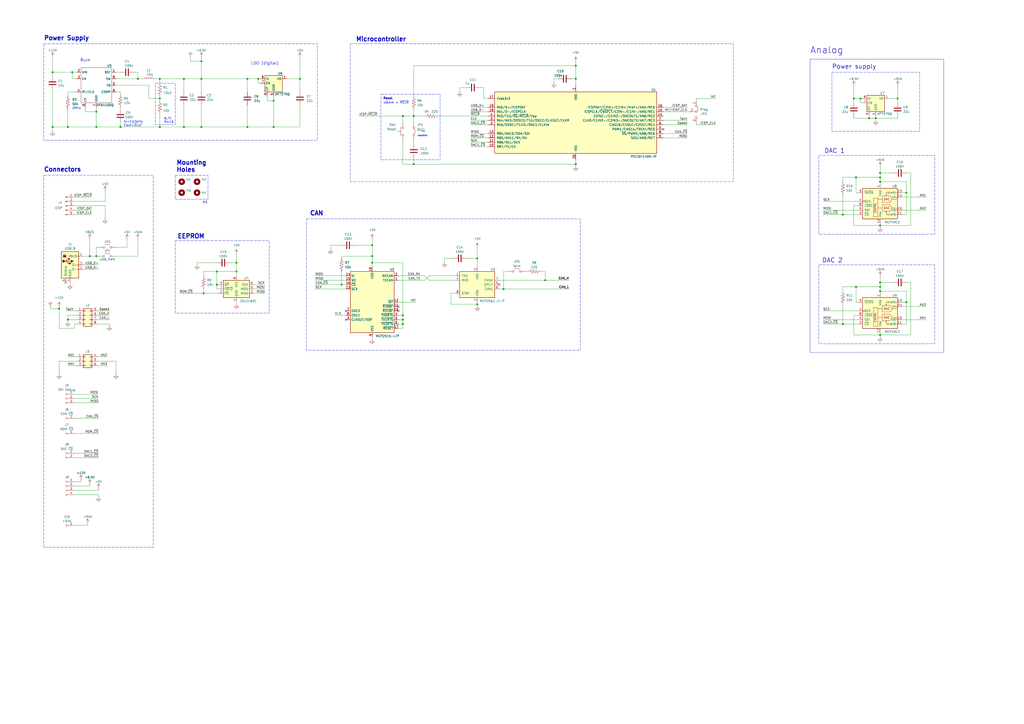
<source format=kicad_sch>
(kicad_sch (version 20250114) (generator "eeschema") (generator_version "9.0")
  (paper "A2")
  (title_block (title "CAN Gauge Interface") (date "2025-09-19") (rev "0.1") (company "Sam Anthony"))
  (rectangle (start 482.6 41.91) (end 533.4 76.2) (stroke (width 0) (type dash)))
  (rectangle (start 25.4 25.4) (end 184.15 81.28) (stroke (width 0) (type dash)))
  (rectangle (start 101.6 139.7) (end 156.21 181.61) (stroke (width 0) (type dash)))
  (rectangle (start 101.6 101.5999) (end 120.65 115.5699) (stroke (width 0) (type dash)))
  (rectangle (start 90.17 48.26) (end 101.6 72.39) (stroke (width 0) (type dash)))
  (rectangle (start 220.98 54.61) (end 255.27 92.71) (stroke (width 0) (type dash)))
  (rectangle (start 474.98 153.67) (end 542.29 199.39) (stroke (width 0) (type dash)))
  (rectangle (start 177.8 127) (end 336.55 203.2) (stroke (width 0) (type dash)))
  (rectangle (start 25.4 101.6) (end 88.9 317.5) (stroke (width 0) (type dash)))
  (rectangle (start 474.98 90.17) (end 542.29 135.89) (stroke (width 0) (type dash)))
  (rectangle (start 203.2 25.4) (end 425.45 105.41) (stroke (width 0) (type dash)))
  (rectangle (start 469.9 34.29) (end 547.37 204.47))
  (text "Connectors" (at 25.4 98.425 0) (effects (font (size 2.54 2.54) (thickness 0.508) (bold yes)) (justify left)))
  (text "Power Supply" (at 25.4 22.225 0) (effects (font (size 2.54 2.54) (thickness 0.508) (bold yes)) (justify left)))
  (text "LDO (digital)" (at 153.67 36.83 0) (effects (font (size 1.651 1.651))))
  (text "CAN" (at 179.705 123.825 0) (effects (font (size 2.54 2.54) (thickness 0.508) (bold yes)) (justify left)))
  (text "2MHz\n" (at 44.45 62.865 0) (effects (font (size 1.27 1.27))))
  (text "6.7V\nR±1%" (at 95.25 69.85 0) (effects (font (size 1.27 1.27)) (justify left)))
  (text "Reset" (at 222.25 57.15 0) (effects (font (size 1.27 1.27) (thickness 0.254) (bold yes)) (justify left)))
  (text "fc=13.5kHz\nCout=31uF" (at 71.755 71.755 0) (effects (font (size 1.27 1.27)) (justify left)))
  (text "Mounting\nHoles" (at 102.235 96.5199 0) (effects (font (size 2.54 2.54) (thickness 0.508) (bold yes)) (justify left)))
  (text "Power supply" (at 482.6 38.735 0) (effects (font (size 2.54 2.54) (thickness 0.254) (bold yes)) (justify left)))
  (text "M3\n" (at 117.475 117.4749 0) (effects (font (size 1.27 1.27)) (justify left)))
  (text "EEPROM" (at 102.87 137.16 0) (effects (font (size 2.54 2.54) (thickness 0.508) (bold yes)) (justify left)))
  (text "≤6mm ↔ ~{MCLR}" (at 222.25 59.69 0) (effects (font (size 1.27 1.27)) (justify left)))
  (text "DAC 1" (at 478.155 87.63 0) (effects (font (size 2.54 2.54) (thickness 0.254) (bold yes)) (justify left)))
  (text "Buck" (at 49.53 34.925 0) (effects (font (size 1.651 1.651))))
  (text "Microcontroller" (at 206.375 22.86 0) (effects (font (size 2.54 2.54) (thickness 0.508) (bold yes)) (justify left)))
  (text "Analog" (at 469.9 29.21 0) (effects (font (size 3.81 3.81) (thickness 0.254) (bold yes)) (justify left)))
  (text "Isolation" (at 245.11 78.74 0) (effects (font (size 0.889 0.889))))
  (text "DAC 2" (at 476.885 151.13 0) (effects (font (size 2.54 2.54) (thickness 0.254) (bold yes)) (justify left)))
  (junction (at 39.37 185.42))
  (junction (at 158.75 58.42))
  (junction (at 510.54 166.37))
  (junction (at 504.19 68.58))
  (junction (at 106.68 45.72))
  (junction (at 510.54 168.91))
  (junction (at 137.16 157.48))
  (junction (at 510.54 100.33))
  (junction (at 55.88 73.66))
  (junction (at 116.84 73.66))
  (junction (at 39.37 73.66))
  (junction (at 106.68 73.66))
  (junction (at 233.68 185.42))
  (junction (at 173.99 45.72))
  (junction (at 496.57 166.37))
  (junction (at 137.16 152.4))
  (junction (at 525.78 111.76))
  (junction (at 143.51 73.66))
  (junction (at 488.95 187.96))
  (junction (at 92.71 73.66))
  (junction (at 334.01 38.1))
  (junction (at 34.29 179.07))
  (junction (at 508 68.58))
  (junction (at 233.68 182.88))
  (junction (at 334.01 45.72))
  (junction (at 495.3 57.15))
  (junction (at 55.88 148.59))
  (junction (at 488.95 124.46))
  (junction (at 510.54 130.81))
  (junction (at 334.01 95.25))
  (junction (at 149.86 45.72))
  (junction (at 30.48 41.91))
  (junction (at 158.75 73.66))
  (junction (at 215.9 142.24))
  (junction (at 80.01 45.72))
  (junction (at 240.03 67.31))
  (junction (at 510.54 102.87))
  (junction (at 510.54 194.31))
  (junction (at 92.71 57.15))
  (junction (at 55.88 64.77))
  (junction (at 525.78 175.26))
  (junction (at 30.48 73.66))
  (junction (at 92.71 45.72))
  (junction (at 276.86 176.53))
  (junction (at 116.84 35.56))
  (junction (at 215.9 152.4))
  (junction (at 520.7 57.15))
  (junction (at 276.86 149.86))
  (junction (at 316.23 162.56))
  (junction (at 125.73 165.1))
  (junction (at 41.91 41.91))
  (junction (at 510.54 163.83))
  (junction (at 499.11 57.15))
  (junction (at 118.11 170.18))
  (junction (at 52.07 148.59))
  (junction (at 215.9 148.59))
  (junction (at 496.57 102.87))
  (junction (at 198.12 165.1))
  (junction (at 125.73 157.48))
  (junction (at 510.54 105.41))
  (junction (at 69.85 73.66))
  (junction (at 240.03 95.25))
  (junction (at 233.68 67.31))
  (junction (at 233.68 187.96))
  (junction (at 143.51 45.72))
  (junction (at 116.84 45.72))
  (junction (at 292.1 167.64))
  (no_connect (at 38.1 163.83))
  (no_connect (at 231.14 177.8))
  (no_connect (at 200.66 185.42))
  (no_connect (at 289.56 165.1))
  (no_connect (at 200.66 180.34))
  (no_connect (at 384.81 74.93))
  (no_connect (at 231.14 180.34))
  (wire (pts (xy 231.14 162.56) (xy 246.38 162.56)))
  (wire (pts (xy 240.03 95.25) (xy 240.03 91.44)))
  (wire (pts (xy 384.81 69.85) (xy 398.78 69.85)))
  (wire (pts (xy 499.11 57.15) (xy 495.3 57.15)))
  (wire (pts (xy 116.84 33.02) (xy 116.84 35.56)))
  (wire (pts (xy 215.9 142.24) (xy 215.9 148.59)))
  (wire (pts (xy 106.68 45.72) (xy 116.84 45.72)))
  (wire (pts (xy 158.75 58.42) (xy 158.75 73.66)))
  (wire (pts (xy 495.3 182.88) (xy 497.84 182.88)))
  (wire (pts (xy 292.1 157.48) (xy 294.64 157.48)))
  (wire (pts (xy 44.45 209.55) (xy 34.29 209.55)))
  (wire (pts (xy 233.68 187.96) (xy 233.68 185.42)))
  (wire (pts (xy 495.3 119.38) (xy 497.84 119.38)))
  (wire (pts (xy 240.03 38.1) (xy 334.01 38.1)))
  (wire (pts (xy 231.14 187.96) (xy 233.68 187.96)))
  (wire (pts (xy 44.45 41.91) (xy 41.91 41.91)))
  (wire (pts (xy 508 67.31) (xy 508 68.58)))
  (wire (pts (xy 289.56 167.64) (xy 292.1 167.64)))
  (wire (pts (xy 510.54 168.91) (xy 510.54 170.18)))
  (wire (pts (xy 215.9 195.58) (xy 215.9 196.85)))
  (wire (pts (xy 60.96 116.84) (xy 60.96 110.49)))
  (wire (pts (xy 67.31 53.34) (xy 69.85 53.34)))
  (wire (pts (xy 499.11 59.69) (xy 499.11 57.15)))
  (wire (pts (xy 80.01 45.72) (xy 82.55 45.72)))
  (wire (pts (xy 48.26 153.67) (xy 57.15 153.67)))
  (wire (pts (xy 127 165.1) (xy 125.73 165.1)))
  (wire (pts (xy 262.89 149.86) (xy 257.81 149.86)))
  (wire (pts (xy 496.57 175.26) (xy 496.57 166.37)))
  (wire (pts (xy 149.86 48.26) (xy 149.86 45.72)))
  (wire (pts (xy 488.95 187.96) (xy 497.84 187.96)))
  (wire (pts (xy 118.11 157.48) (xy 125.73 157.48)))
  (wire (pts (xy 92.71 73.66) (xy 106.68 73.66)))
  (wire (pts (xy 240.03 38.1) (xy 240.03 55.88)))
  (wire (pts (xy 523.24 124.46) (xy 525.78 124.46)))
  (wire (pts (xy 44.45 53.34) (xy 39.37 53.34)))
  (wire (pts (xy 477.52 180.34) (xy 497.84 180.34)))
  (wire (pts (xy 510.54 193.04) (xy 510.54 194.31)))
  (wire (pts (xy 233.68 185.42) (xy 233.68 182.88)))
  (wire (pts (xy 510.54 194.31) (xy 510.54 195.58)))
  (wire (pts (xy 525.78 168.91) (xy 510.54 168.91)))
  (wire (pts (xy 384.81 64.77) (xy 400.05 64.77)))
  (wire (pts (xy 69.85 53.34) (xy 69.85 54.61)))
  (wire (pts (xy 499.11 57.15) (xy 500.38 57.15)))
  (wire (pts (xy 34.29 190.5) (xy 34.29 179.07)))
  (wire (pts (xy 149.86 45.72) (xy 151.13 45.72)))
  (wire (pts (xy 198.12 165.1) (xy 198.12 157.48)))
  (wire (pts (xy 57.15 209.55) (xy 67.31 209.55)))
  (wire (pts (xy 52.07 281.94) (xy 52.07 280.67)))
  (wire (pts (xy 39.37 185.42) (xy 39.37 186.69)))
  (wire (pts (xy 116.84 45.72) (xy 143.51 45.72)))
  (wire (pts (xy 43.18 242.57) (xy 57.15 242.57)))
  (wire (pts (xy 57.15 182.88) (xy 63.5 182.88)))
  (wire (pts (xy 273.05 82.55) (xy 283.21 82.55)))
  (wire (pts (xy 495.3 130.81) (xy 510.54 130.81)))
  (wire (pts (xy 523.24 177.8) (xy 537.21 177.8)))
  (wire (pts (xy 151.13 48.26) (xy 149.86 48.26)))
  (wire (pts (xy 528.32 130.81) (xy 510.54 130.81)))
  (wire (pts (xy 182.88 165.1) (xy 198.12 165.1)))
  (wire (pts (xy 43.18 251.46) (xy 57.15 251.46)))
  (wire (pts (xy 403.86 71.12) (xy 403.86 72.39)))
  (wire (pts (xy 154.94 55.88) (xy 154.94 58.42)))
  (wire (pts (xy 497.84 111.76) (xy 496.57 111.76)))
  (wire (pts (xy 158.75 73.66) (xy 143.51 73.66)))
  (wire (pts (xy 523.24 114.3) (xy 537.21 114.3)))
  (wire (pts (xy 55.88 148.59) (xy 57.15 148.59)))
  (wire (pts (xy 30.48 41.91) (xy 30.48 44.45)))
  (wire (pts (xy 273.05 69.85) (xy 283.21 69.85)))
  (wire (pts (xy 182.88 160.02) (xy 200.66 160.02)))
  (wire (pts (xy 525.78 105.41) (xy 525.78 111.76)))
  (wire (pts (xy 384.81 62.23) (xy 398.78 62.23)))
  (wire (pts (xy 496.57 102.87) (xy 510.54 102.87)))
  (wire (pts (xy 496.57 111.76) (xy 496.57 102.87)))
  (wire (pts (xy 49.53 62.23) (xy 49.53 64.77)))
  (wire (pts (xy 525.78 168.91) (xy 525.78 175.26)))
  (wire (pts (xy 194.31 182.88) (xy 200.66 182.88)))
  (wire (pts (xy 46.99 279.4) (xy 46.99 278.13)))
  (wire (pts (xy 477.52 185.42) (xy 497.84 185.42)))
  (wire (pts (xy 39.37 53.34) (xy 39.37 55.88)))
  (wire (pts (xy 92.71 66.04) (xy 92.71 73.66)))
  (wire (pts (xy 118.11 160.02) (xy 118.11 157.48)))
  (wire (pts (xy 334.01 45.72) (xy 331.47 45.72)))
  (wire (pts (xy 57.15 185.42) (xy 63.5 185.42)))
  (wire (pts (xy 334.01 49.53) (xy 334.01 45.72)))
  (wire (pts (xy 215.9 148.59) (xy 215.9 152.4)))
  (wire (pts (xy 143.51 45.72) (xy 143.51 53.34)))
  (wire (pts (xy 208.28 67.31) (xy 233.68 67.31)))
  (wire (pts (xy 403.86 58.42) (xy 403.86 57.15)))
  (wire (pts (xy 510.54 163.83) (xy 510.54 166.37)))
  (wire (pts (xy 495.3 130.81) (xy 495.3 119.38)))
  (wire (pts (xy 523.24 185.42) (xy 537.21 185.42)))
  (wire (pts (xy 39.37 63.5) (xy 39.37 73.66)))
  (wire (pts (xy 50.8 304.8) (xy 50.8 303.53)))
  (wire (pts (xy 43.18 114.3) (xy 53.34 114.3)))
  (wire (pts (xy 191.77 142.24) (xy 191.77 144.78)))
  (wire (pts (xy 92.71 45.72) (xy 92.71 48.26)))
  (wire (pts (xy 57.15 187.96) (xy 63.5 187.96)))
  (wire (pts (xy 39.37 185.42) (xy 44.45 185.42)))
  (wire (pts (xy 510.54 160.02) (xy 510.54 163.83)))
  (wire (pts (xy 528.32 163.83) (xy 528.32 194.31)))
  (wire (pts (xy 60.96 119.38) (xy 60.96 127)))
  (wire (pts (xy 283.21 57.15) (xy 280.67 57.15)))
  (wire (pts (xy 528.32 100.33) (xy 528.32 130.81)))
  (wire (pts (xy 173.99 45.72) (xy 173.99 53.34)))
  (wire (pts (xy 125.73 167.64) (xy 125.73 165.1)))
  (wire (pts (xy 525.78 105.41) (xy 510.54 105.41)))
  (wire (pts (xy 44.45 182.88) (xy 39.37 182.88)))
  (wire (pts (xy 495.3 67.31) (xy 495.3 68.58)))
  (wire (pts (xy 57.15 287.02) (xy 57.15 288.29)))
  (wire (pts (xy 125.73 157.48) (xy 137.16 157.48)))
  (wire (pts (xy 55.88 143.51) (xy 57.15 143.51)))
  (wire (pts (xy 118.11 170.18) (xy 118.11 167.64)))
  (wire (pts (xy 67.31 209.55) (xy 67.31 217.17)))
  (wire (pts (xy 137.16 152.4) (xy 137.16 157.48)))
  (wire (pts (xy 147.32 170.18) (xy 153.67 170.18)))
  (wire (pts (xy 106.68 73.66) (xy 116.84 73.66)))
  (wire (pts (xy 280.67 50.8) (xy 278.13 50.8)))
  (wire (pts (xy 520.7 68.58) (xy 520.7 67.31)))
  (wire (pts (xy 116.84 60.96) (xy 116.84 73.66)))
  (wire (pts (xy 55.88 62.23) (xy 55.88 64.77)))
  (wire (pts (xy 270.51 149.86) (xy 276.86 149.86)))
  (wire (pts (xy 384.81 80.01) (xy 398.78 80.01)))
  (wire (pts (xy 41.91 45.72) (xy 41.91 41.91)))
  (wire (pts (xy 198.12 149.86) (xy 198.12 148.59)))
  (wire (pts (xy 280.67 57.15) (xy 280.67 50.8)))
  (wire (pts (xy 403.86 57.15) (xy 415.29 57.15)))
  (wire (pts (xy 266.7 50.8) (xy 266.7 53.34)))
  (wire (pts (xy 57.15 212.09) (xy 62.23 212.09)))
  (wire (pts (xy 30.48 73.66) (xy 30.48 76.2)))
  (wire (pts (xy 488.95 102.87) (xy 496.57 102.87)))
  (wire (pts (xy 520.7 57.15) (xy 515.62 57.15)))
  (wire (pts (xy 154.94 58.42) (xy 158.75 58.42)))
  (wire (pts (xy 44.45 187.96) (xy 43.18 187.96)))
  (wire (pts (xy 257.81 149.86) (xy 257.81 152.4)))
  (wire (pts (xy 316.23 157.48) (xy 316.23 162.56)))
  (wire (pts (xy 39.37 207.01) (xy 44.45 207.01)))
  (wire (pts (xy 43.18 284.48) (xy 57.15 284.48)))
  (wire (pts (xy 495.3 57.15) (xy 495.3 49.53)))
  (wire (pts (xy 384.81 72.39) (xy 398.78 72.39)))
  (wire (pts (xy 63.5 187.96) (xy 63.5 189.23)))
  (wire (pts (xy 233.68 67.31) (xy 233.68 71.12)))
  (wire (pts (xy 92.71 57.15) (xy 86.36 57.15)))
  (wire (pts (xy 233.68 152.4) (xy 233.68 182.88)))
  (wire (pts (xy 92.71 45.72) (xy 106.68 45.72)))
  (wire (pts (xy 43.18 265.43) (xy 57.15 265.43)))
  (wire (pts (xy 240.03 81.28) (xy 240.03 83.82)))
  (wire (pts (xy 504.19 68.58) (xy 508 68.58)))
  (wire (pts (xy 233.68 152.4) (xy 215.9 152.4)))
  (wire (pts (xy 86.36 49.53) (xy 67.31 49.53)))
  (wire (pts (xy 510.54 105.41) (xy 510.54 106.68)))
  (wire (pts (xy 273.05 77.47) (xy 283.21 77.47)))
  (wire (pts (xy 158.75 55.88) (xy 158.75 58.42)))
  (wire (pts (xy 200.66 165.1) (xy 198.12 165.1)))
  (wire (pts (xy 30.48 33.02) (xy 30.48 41.91)))
  (wire (pts (xy 273.05 85.09) (xy 283.21 85.09)))
  (wire (pts (xy 316.23 162.56) (xy 330.2 162.56)))
  (wire (pts (xy 233.68 67.31) (xy 240.03 67.31)))
  (wire (pts (xy 528.32 194.31) (xy 510.54 194.31)))
  (wire (pts (xy 198.12 148.59) (xy 215.9 148.59)))
  (wire (pts (xy 29.21 177.8) (xy 29.21 179.07)))
  (wire (pts (xy 92.71 57.15) (xy 92.71 58.42)))
  (wire (pts (xy 173.99 73.66) (xy 158.75 73.66)))
  (wire (pts (xy 525.78 175.26) (xy 525.78 187.96)))
  (wire (pts (xy 510.54 96.52) (xy 510.54 100.33)))
  (wire (pts (xy 231.14 190.5) (xy 233.68 190.5)))
  (wire (pts (xy 29.21 179.07) (xy 34.29 179.07)))
  (wire (pts (xy 304.8 157.48) (xy 306.07 157.48)))
  (wire (pts (xy 104.14 170.18) (xy 118.11 170.18)))
  (wire (pts (xy 495.3 194.31) (xy 510.54 194.31)))
  (wire (pts (xy 270.51 50.8) (xy 266.7 50.8)))
  (wire (pts (xy 334.01 95.25) (xy 334.01 96.52)))
  (wire (pts (xy 55.88 73.66) (xy 39.37 73.66)))
  (wire (pts (xy 510.54 100.33) (xy 518.16 100.33)))
  (wire (pts (xy 43.18 233.68) (xy 57.15 233.68)))
  (wire (pts (xy 43.18 231.14) (xy 57.15 231.14)))
  (wire (pts (xy 510.54 166.37) (xy 510.54 168.91)))
  (wire (pts (xy 488.95 168.91) (xy 488.95 166.37)))
  (wire (pts (xy 500.38 59.69) (xy 499.11 59.69)))
  (wire (pts (xy 43.18 187.96) (xy 43.18 190.5)))
  (wire (pts (xy 55.88 148.59) (xy 55.88 143.51)))
  (wire (pts (xy 116.84 35.56) (xy 116.84 45.72)))
  (wire (pts (xy 57.15 180.34) (xy 63.5 180.34)))
  (wire (pts (xy 67.31 148.59) (xy 80.01 148.59)))
  (wire (pts (xy 254 67.31) (xy 283.21 67.31)))
  (wire (pts (xy 43.18 190.5) (xy 34.29 190.5)))
  (wire (pts (xy 106.68 45.72) (xy 106.68 53.34)))
  (wire (pts (xy 523.24 175.26) (xy 525.78 175.26)))
  (wire (pts (xy 48.26 148.59) (xy 52.07 148.59)))
  (wire (pts (xy 233.68 81.28) (xy 233.68 95.25)))
  (wire (pts (xy 92.71 73.66) (xy 69.85 73.66)))
  (wire (pts (xy 52.07 148.59) (xy 55.88 148.59)))
  (wire (pts (xy 488.95 166.37) (xy 496.57 166.37)))
  (wire (pts (xy 273.05 64.77) (xy 283.21 64.77)))
  (wire (pts (xy 488.95 124.46) (xy 497.84 124.46)))
  (wire (pts (xy 520.7 49.53) (xy 520.7 57.15)))
  (wire (pts (xy 69.85 62.23) (xy 69.85 63.5)))
  (wire (pts (xy 147.32 167.64) (xy 153.67 167.64)))
  (wire (pts (xy 510.54 102.87) (xy 510.54 105.41)))
  (wire (pts (xy 57.15 207.01) (xy 62.23 207.01)))
  (wire (pts (xy 384.81 77.47) (xy 398.78 77.47)))
  (wire (pts (xy 173.99 33.02) (xy 173.99 45.72)))
  (wire (pts (xy 44.45 45.72) (xy 41.91 45.72)))
  (wire (pts (xy 496.57 166.37) (xy 510.54 166.37)))
  (wire (pts (xy 276.86 176.53) (xy 276.86 177.8)))
  (wire (pts (xy 77.47 41.91) (xy 80.01 41.91)))
  (wire (pts (xy 248.92 160.02) (xy 246.38 162.56)))
  (wire (pts (xy 43.18 281.94) (xy 52.07 281.94)))
  (wire (pts (xy 57.15 284.48) (xy 57.15 283.21)))
  (wire (pts (xy 90.17 45.72) (xy 92.71 45.72)))
  (wire (pts (xy 39.37 182.88) (xy 39.37 185.42)))
  (wire (pts (xy 495.3 68.58) (xy 504.19 68.58)))
  (wire (pts (xy 488.95 113.03) (xy 488.95 124.46)))
  (wire (pts (xy 321.31 45.72) (xy 323.85 45.72)))
  (wire (pts (xy 137.16 175.26) (xy 137.16 176.53)))
  (wire (pts (xy 34.29 209.55) (xy 34.29 217.17)))
  (wire (pts (xy 38.1 180.34) (xy 44.45 180.34)))
  (wire (pts (xy 231.14 182.88) (xy 233.68 182.88)))
  (wire (pts (xy 495.3 57.15) (xy 495.3 59.69)))
  (wire (pts (xy 137.16 157.48) (xy 137.16 160.02)))
  (wire (pts (xy 125.73 157.48) (xy 125.73 165.1)))
  (wire (pts (xy 510.54 130.81) (xy 510.54 132.08)))
  (wire (pts (xy 43.18 287.02) (xy 57.15 287.02)))
  (wire (pts (xy 313.69 157.48) (xy 316.23 157.48)))
  (wire (pts (xy 92.71 55.88) (xy 92.71 57.15)))
  (wire (pts (xy 334.01 92.71) (xy 334.01 95.25)))
  (wire (pts (xy 116.84 45.72) (xy 116.84 53.34)))
  (wire (pts (xy 477.52 187.96) (xy 488.95 187.96)))
  (wire (pts (xy 276.86 175.26) (xy 276.86 176.53)))
  (wire (pts (xy 67.31 45.72) (xy 80.01 45.72)))
  (wire (pts (xy 43.18 262.89) (xy 57.15 262.89)))
  (wire (pts (xy 173.99 60.96) (xy 173.99 73.66)))
  (wire (pts (xy 495.3 194.31) (xy 495.3 182.88)))
  (wire (pts (xy 403.86 72.39) (xy 415.29 72.39)))
  (wire (pts (xy 292.1 167.64) (xy 292.1 157.48)))
  (wire (pts (xy 80.01 41.91) (xy 80.01 45.72)))
  (wire (pts (xy 182.88 167.64) (xy 200.66 167.64)))
  (wire (pts (xy 43.18 304.8) (xy 50.8 304.8)))
  (wire (pts (xy 143.51 73.66) (xy 116.84 73.66)))
  (wire (pts (xy 69.85 73.66) (xy 55.88 73.66)))
  (wire (pts (xy 133.35 152.4) (xy 137.16 152.4)))
  (wire (pts (xy 67.31 41.91) (xy 69.85 41.91)))
  (wire (pts (xy 137.16 147.32) (xy 137.16 152.4)))
  (wire (pts (xy 240.03 95.25) (xy 334.01 95.25)))
  (wire (pts (xy 69.85 71.12) (xy 69.85 73.66)))
  (wire (pts (xy 525.78 100.33) (xy 528.32 100.33)))
  (wire (pts (xy 198.12 142.24) (xy 191.77 142.24)))
  (wire (pts (xy 261.62 170.18) (xy 264.16 170.18)))
  (wire (pts (xy 49.53 64.77) (xy 55.88 64.77)))
  (wire (pts (xy 215.9 138.43) (xy 215.9 142.24)))
  (wire (pts (xy 510.54 100.33) (xy 510.54 102.87)))
  (wire (pts (xy 110.49 35.56) (xy 110.49 33.02)))
  (wire (pts (xy 43.18 116.84) (xy 60.96 116.84)))
  (wire (pts (xy 240.03 67.31) (xy 246.38 67.31)))
  (wire (pts (xy 523.24 111.76) (xy 525.78 111.76)))
  (wire (pts (xy 289.56 162.56) (xy 316.23 162.56)))
  (wire (pts (xy 48.26 156.21) (xy 57.15 156.21)))
  (wire (pts (xy 30.48 52.07) (xy 30.48 73.66)))
  (wire (pts (xy 73.66 143.51) (xy 73.66 138.43)))
  (wire (pts (xy 43.18 119.38) (xy 60.96 119.38)))
  (wire (pts (xy 52.07 138.43) (xy 52.07 148.59)))
  (wire (pts (xy 520.7 59.69) (xy 520.7 57.15)))
  (wire (pts (xy 240.03 67.31) (xy 240.03 71.12)))
  (wire (pts (xy 215.9 152.4) (xy 215.9 154.94)))
  (wire (pts (xy 233.68 95.25) (xy 240.03 95.25)))
  (wire (pts (xy 147.32 165.1) (xy 153.67 165.1)))
  (wire (pts (xy 106.68 60.96) (xy 106.68 73.66)))
  (wire (pts (xy 261.62 176.53) (xy 261.62 170.18)))
  (wire (pts (xy 34.29 179.07) (xy 34.29 177.8)))
  (wire (pts (xy 41.91 41.91) (xy 30.48 41.91)))
  (wire (pts (xy 43.18 124.46) (xy 53.34 124.46)))
  (wire (pts (xy 40.64 163.83) (xy 40.64 165.1)))
  (wire (pts (xy 127 167.64) (xy 125.73 167.64)))
  (wire (pts (xy 523.24 121.92) (xy 537.21 121.92)))
  (wire (pts (xy 205.74 142.24) (xy 215.9 142.24)))
  (wire (pts (xy 508 68.58) (xy 520.7 68.58)))
  (wire (pts (xy 231.14 160.02) (xy 246.38 160.02)))
  (wire (pts (xy 488.95 105.41) (xy 488.95 102.87)))
  (wire (pts (xy 488.95 176.53) (xy 488.95 187.96)))
  (wire (pts (xy 143.51 60.96) (xy 143.51 73.66)))
  (wire (pts (xy 276.86 176.53) (xy 261.62 176.53)))
  (wire (pts (xy 321.31 48.26) (xy 321.31 45.72)))
  (wire (pts (xy 523.24 187.96) (xy 525.78 187.96)))
  (wire (pts (xy 67.31 143.51) (xy 73.66 143.51)))
  (wire (pts (xy 43.18 228.6) (xy 57.15 228.6)))
  (wire (pts (xy 477.52 124.46) (xy 488.95 124.46)))
  (wire (pts (xy 149.86 45.72) (xy 143.51 45.72)))
  (wire (pts (xy 114.3 152.4) (xy 114.3 153.67)))
  (wire (pts (xy 504.19 67.31) (xy 504.19 68.58)))
  (wire (pts (xy 86.36 57.15) (xy 86.36 49.53)))
  (wire (pts (xy 114.3 152.4) (xy 125.73 152.4)))
  (wire (pts (xy 497.84 175.26) (xy 496.57 175.26)))
  (wire (pts (xy 273.05 80.01) (xy 283.21 80.01)))
  (wire (pts (xy 508 68.58) (xy 508 69.85)))
  (wire (pts (xy 334.01 38.1) (xy 334.01 45.72)))
  (wire (pts (xy 116.84 35.56) (xy 110.49 35.56)))
  (wire (pts (xy 276.86 143.51) (xy 276.86 149.86)))
  (wire (pts (xy 127 170.18) (xy 118.11 170.18)))
  (wire (pts (xy 233.68 190.5) (xy 233.68 187.96)))
  (wire (pts (xy 39.37 73.66) (xy 30.48 73.66)))
  (wire (pts (xy 525.78 163.83) (xy 528.32 163.83)))
  (wire (pts (xy 510.54 163.83) (xy 518.16 163.83)))
  (wire (pts (xy 477.52 121.92) (xy 497.84 121.92)))
  (wire (pts (xy 334.01 35.56) (xy 334.01 38.1)))
  (wire (pts (xy 292.1 167.64) (xy 330.2 167.64)))
  (wire (pts (xy 231.14 175.26) (xy 241.3 175.26)))
  (wire (pts (xy 39.37 212.09) (xy 44.45 212.09)))
  (wire (pts (xy 166.37 45.72) (xy 173.99 45.72)))
  (wire (pts (xy 231.14 185.42) (xy 233.68 185.42)))
  (wire (pts (xy 510.54 129.54) (xy 510.54 130.81)))
  (wire (pts (xy 273.05 62.23) (xy 283.21 62.23)))
  (wire (pts (xy 248.92 162.56) (xy 264.16 162.56)))
  (wire (pts (xy 477.52 116.84) (xy 497.84 116.84)))
  (wire (pts (xy 55.88 64.77) (xy 55.88 73.66)))
  (wire (pts (xy 182.88 162.56) (xy 200.66 162.56)))
  (wire (pts (xy 248.92 160.02) (xy 264.16 160.02)))
  (wire (pts (xy 246.38 160.02) (xy 248.92 162.56)))
  (wire (pts (xy 43.18 279.4) (xy 46.99 279.4)))
  (wire (pts (xy 525.78 111.76) (xy 525.78 124.46)))
  (wire (pts (xy 240.03 63.5) (xy 240.03 67.31)))
  (wire (pts (xy 43.18 121.92) (xy 53.34 121.92)))
  (wire (pts (xy 80.01 148.59) (xy 80.01 138.43)))
  (wire (pts (xy 276.86 149.86) (xy 276.86 154.94)))
  (wire (pts (xy 273.05 72.39) (xy 283.21 72.39)))
  (label "DAC1_~{CS}" (at 477.52 124.46 0))
  (label "MISO" (at 57.15 233.68 180))
  (label "CAN_H" (at 330.2 162.56 180) (effects (font (thickness 0.254) (bold yes))))
  (label "SCK" (at 153.67 165.1 180) (effects (font (thickness 0.1588))))
  (label "Speed" (at 63.5 180.34 180) (effects (font (thickness 0.1588))))
  (label "CLK" (at 273.05 69.85 0))
  (label "MOSI" (at 398.78 80.01 180) (effects (font (thickness 0.1588))))
  (label "ICSP_DAT" (at 398.78 62.23 180))
  (label "CAN_L" (at 63.5 185.42 180))
  (label "ROM_~{CS}" (at 104.14 170.18 0) (effects (font (thickness 0.1588))))
  (label "MOSI" (at 182.88 160.02 0) (effects (font (thickness 0.1588))))
  (label "DAC1_~{CS}" (at 273.05 85.09 0))
  (label "AN3" (at 62.23 212.09 180) (effects (font (thickness 0.1588))))
  (label "Speed" (at 398.78 72.39 180))
  (label "AN1" (at 537.21 114.3 180))
  (label "CAN_~{CS}" (at 398.78 77.47 180))
  (label "CAN_~{CS}" (at 57.15 242.57 180))
  (label "INT" (at 415.29 57.15 180))
  (label "CLK" (at 194.31 182.88 0))
  (label "MISO" (at 153.67 170.18 180) (effects (font (thickness 0.1588))))
  (label "INT" (at 241.3 175.26 180) (effects (font (thickness 0.1588))))
  (label "MOSI" (at 153.67 167.64 180) (effects (font (thickness 0.1588))))
  (label "ICSP_CLK" (at 53.34 124.46 180))
  (label "AN2" (at 62.23 207.01 180) (effects (font (thickness 0.1588))))
  (label "SCK" (at 273.05 82.55 0) (effects (font (thickness 0.1588))))
  (label "Tach" (at 38.1 180.34 0) (effects (font (thickness 0.1588))))
  (label "CAN_~{CS}" (at 182.88 165.1 0) (effects (font (thickness 0.1588))))
  (label "ICSP_CLK" (at 415.29 72.39 180))
  (label "USB_D+" (at 273.05 62.23 0))
  (label "SCK" (at 477.52 180.34 0) (effects (font (thickness 0.1588))))
  (label "ROM_~{CS}" (at 57.15 251.46 180))
  (label "AN1" (at 39.37 207.01 0) (effects (font (thickness 0.1588))))
  (label "DAC2_~{CS}" (at 273.05 72.39 0))
  (label "USB_D-" (at 273.05 64.77 0))
  (label "INT{slash}ICSP_CLK" (at 398.78 64.77 180))
  (label "SCK" (at 57.15 231.14 180))
  (label "AN4" (at 39.37 212.09 0) (effects (font (thickness 0.1588))))
  (label "MOSI" (at 477.52 121.92 0))
  (label "AN4" (at 537.21 185.42 180))
  (label "MISO" (at 182.88 162.56 0) (effects (font (thickness 0.1588))))
  (label "DAC1_~{CS}" (at 57.15 262.89 180))
  (label "MOSI" (at 57.15 228.6 180))
  (label "~{MCLR}" (at 273.05 67.31 0))
  (label "AN3" (at 537.21 177.8 180))
  (label "DAC2_~{CS}" (at 57.15 265.43 180))
  (label "USB_D-" (at 57.15 156.21 180))
  (label "AN2" (at 537.21 121.92 180))
  (label "USB_D+" (at 57.15 153.67 180))
  (label "SCK" (at 182.88 167.64 0) (effects (font (thickness 0.1588))))
  (label "Tach" (at 398.78 69.85 180))
  (label "ROM_~{CS}" (at 273.05 80.01 0))
  (label "ICSP_DAT" (at 53.34 121.92 180))
  (label "CAN_RX" (at 243.84 160.02 180))
  (label "ICSP_~{MCLR}" (at 53.34 114.3 180))
  (label "MISO" (at 273.05 77.47 0) (effects (font (thickness 0.1588))))
  (label "ICSP_~{MCLR}" (at 208.28 67.31 0))
  (label "MOSI" (at 477.52 185.42 0))
  (label "CAN_L" (at 330.2 167.64 180) (effects (font (thickness 0.254) (bold yes))))
  (label "SCK" (at 477.52 116.84 0) (effects (font (thickness 0.1588))))
  (label "DAC2_~{CS}" (at 477.52 187.96 0))
  (label "CAN_TX" (at 243.84 162.56 180))
  (label "CAN_H" (at 63.5 182.88 180) (effects (font (thickness 0.1588))))
  (symbol (lib_id "power:GND") (at 215.9 196.85 0) (unit 1)
    (property "Reference" "#PWR028" (effects (hide yes)))
    (property "Value" "GND" (effects (hide yes)))
    (property "Description" "Power symbol creates a global label with name \"GND\" , ground" (effects (hide yes)))
  )
  (symbol (lib_id "Connector:USB_B") (at 40.64 153.67 0) (unit 1)
    (property "Reference" "J1" (at 40.64 141.605 0))
    (property "Value" "USB_B" (at 40.64 144.145 0))
    (property "Footprint" "Connector_USB:USB_B_OST_USB-B1HSxx_Horizontal" (effects (hide yes)))
    (property "Description" "USB Type B connector" (effects (hide yes)))
  )
  (symbol (lib_id "power:GND") (at 57.15 288.29 0) (unit 1)
    (property "Reference" "#PWR039" (effects (hide yes)))
    (property "Value" "GND" (effects (hide yes)))
    (property "Description" "Power symbol creates a global label with name \"GND\" , ground" (effects (hide yes)))
  )
  (symbol (lib_id "Device:C") (at 173.99 57.15 0) (unit 1)
    (property "Reference" "C7" (at 177.8 55.8799 0) (effects (justify left)))
    (property "Value" "22u" (at 177.8 58.4199 0) (effects (justify left)))
    (property "Footprint" "Capacitor_SMD:C_1206_3216Metric_Pad1.33x1.80mm_HandSolder" (effects (hide yes)))
    (property "Description" "Unpolarized capacitor" (effects (hide yes)))
  )
  (symbol (lib_id "power:+12V") (at 34.29 177.8 0) (unit 1)
    (property "Reference" "#PWR029" (effects (hide yes)))
    (property "Value" "+12V" (at 34.29 172.72 0))
    (property "Description" "Power symbol creates a global label with name \"+12V\"" (effects (hide yes)))
  )
  (symbol (lib_id "power:GND") (at 63.5 189.23 0) (unit 1)
    (property "Reference" "#PWR033" (effects (hide yes)))
    (property "Value" "GND" (effects (hide yes)))
    (property "Description" "Power symbol creates a global label with name \"GND\" , ground" (effects (hide yes)))
  )
  (symbol (lib_id "Device:C") (at 129.54 152.4 90) (unit 1)
    (property "Reference" "C15" (at 129.54 146.05 90))
    (property "Value" "100n" (at 129.54 148.59 90))
    (property "Footprint" "Capacitor_THT:C_Disc_D5.0mm_W2.5mm_P2.50mm" (effects (hide yes)))
    (property "Description" "Unpolarized capacitor" (effects (hide yes)))
  )
  (symbol (lib_id "Jumper:Jumper_2_Bridged") (at 240.03 76.2 270) (mirror x) (unit 1)
    (property "Reference" "JP1" (at 241.935 72.39 90) (effects (justify left)))
    (property "Value" "~{Prog}" (at 241.935 75.565 90) (effects (justify left)))
    (property "Footprint" "Connector_PinSocket_2.54mm:PinSocket_1x02_P2.54mm_Vertical" (effects (hide yes)))
    (property "Description" "Jumper, 2-pole, closed/bridged" (effects (hide yes)))
  )
  (symbol (lib_id "Device:C") (at 266.7 149.86 90) (unit 1)
    (property "Reference" "C14" (at 266.7 143.51 90))
    (property "Value" "100n" (at 266.7 146.05 90))
    (property "Footprint" "Capacitor_THT:C_Disc_D5.0mm_W2.5mm_P2.50mm" (effects (hide yes)))
    (property "Description" "Unpolarized capacitor" (effects (hide yes)))
  )
  (symbol (lib_id "power:+5V") (at 173.99 33.02 0) (unit 1)
    (property "Reference" "#PWR06" (effects (hide yes)))
    (property "Value" "+5V" (at 173.99 29.21 0))
    (property "Description" "Power symbol creates a global label with name \"+5V\"" (effects (hide yes)))
  )
  (symbol (lib_id "Device:C") (at 106.68 57.15 180) (unit 1)
    (property "Reference" "C2" (at 111.125 55.245 0))
    (property "Value" "22u" (at 111.76 57.785 0))
    (property "Footprint" "Capacitor_SMD:C_1206_3216Metric_Pad1.33x1.80mm_HandSolder" (effects (hide yes)))
    (property "Description" "Unpolarized capacitor" (effects (hide yes)))
  )
  (symbol (lib_id "Device:C") (at 30.48 48.26 0) (unit 1)
    (property "Reference" "C1" (at 34.925 46.99 0))
    (property "Value" "22u" (at 35.56 49.53 0))
    (property "Footprint" "Capacitor_SMD:C_1206_3216Metric_Pad1.33x1.80mm_HandSolder" (effects (hide yes)))
    (property "Description" "Unpolarized capacitor" (effects (hide yes)))
  )
  (symbol (lib_id "Device:C") (at 495.3 63.5 0) (unit 1)
    (property "Reference" "C8" (at 492.125 62.23 0) (effects (justify right)))
    (property "Value" "22u" (at 492.125 64.77 0) (effects (justify right)))
    (property "Footprint" "Capacitor_SMD:C_1206_3216Metric_Pad1.33x1.80mm_HandSolder" (effects (hide yes)))
    (property "Description" "Unpolarized capacitor" (effects (hide yes)))
  )
  (symbol (lib_id "Memory_EEPROM:25LCxxx") (at 137.16 167.64 0) (unit 1)
    (property "Reference" "U4" (at 141.605 161.29 0) (effects (justify left)))
    (property "Value" "25LC160C" (at 139.065 174.625 0) (effects (justify left)))
    (property "Footprint" "Package_DIP:DIP-8_W7.62mm" (effects (hide yes)))
    (property "Datasheet" "http://ww1.microchip.com/downloads/en/DeviceDoc/21832H.pdf" (effects (hide yes)))
    (property "Description" "SPI Serial EEPROM, DIP-8/SOIC-8/TSSOP-8" (effects (hide yes)))
  )
  (symbol (lib_id "Jumper:Jumper_3_Bridged12") (at 403.86 64.77 270) (unit 1) (in_bom no)
    (property "Reference" "JP2" (at 408.305 66.04 90))
    (property "Value" "Prog" (at 408.305 63.5 90))
    (property "Footprint" "Connector_PinSocket_2.54mm:PinSocket_1x03_P2.54mm_Vertical" (effects (hide yes)))
    (property "Description" "Jumper, 3-pole, pins 1+2 closed/bridged" (effects (hide yes)))
  )
  (symbol (lib_id "power:GND") (at 510.54 132.08 0) (unit 1)
    (property "Reference" "#PWR017" (effects (hide yes)))
    (property "Value" "GND" (effects (hide yes)))
    (property "Description" "Power symbol creates a global label with name \"GND\" , ground" (effects (hide yes)))
  )
  (symbol (lib_id "power:PWR_FLAG") (at 110.49 33.02 0) (unit 1)
    (property "Reference" "#FLG02" (effects (hide yes)))
    (property "Value" "+6.5V" (effects (hide yes)))
    (property "Description" "Special symbol for telling ERC where power comes from" (effects (hide yes)))
  )
  (symbol (lib_id "power:GND") (at 510.54 195.58 0) (unit 1)
    (property "Reference" "#PWR019" (effects (hide yes)))
    (property "Value" "GND" (effects (hide yes)))
    (property "Description" "Power symbol creates a global label with name \"GND\" , ground" (effects (hide yes)))
  )
  (symbol (lib_id "power:GND") (at 334.01 96.52 0) (unit 1)
    (property "Reference" "#PWR01" (effects (hide yes)))
    (property "Value" "GND" (effects (hide yes)))
    (property "Description" "Power symbol creates a global label with name \"GND\" , ground" (effects (hide yes)))
  )
  (symbol (lib_id "Device:R_US") (at 198.12 153.67 0) (unit 1)
    (property "Reference" "R7" (at 200.025 152.4 0) (effects (justify left)))
    (property "Value" "10k" (at 200.025 154.94 0) (effects (justify left)))
    (property "Footprint" "Resistor_THT:R_Axial_DIN0411_L9.9mm_D3.6mm_P12.70mm_Horizontal" (effects (hide yes)))
    (property "Description" "Resistor, US symbol" (effects (hide yes)))
  )
  (symbol (lib_id "Device:R_US") (at 118.11 163.83 0) (unit 1)
    (property "Reference" "R9" (at 120.015 162.56 0) (effects (justify left)))
    (property "Value" "10k" (at 120.015 165.1 0) (effects (justify left)))
    (property "Footprint" "Resistor_THT:R_Axial_DIN0411_L9.9mm_D3.6mm_P12.70mm_Horizontal" (effects (hide yes)))
    (property "Description" "Resistor, US symbol" (effects (hide yes)))
  )
  (symbol (lib_id "Mechanical:MountingHole") (at 105.41 105.4099 0) (unit 1) (exclude_from_sim yes) (in_bom no)
    (property "Reference" "H1" (at 107.95 104.1398 0) (effects (justify left)))
    (property "Value" "MountingHole" (effects (hide yes)))
    (property "Footprint" "MountingHole:MountingHole_3.2mm_M3_DIN965" (effects (hide yes)))
    (property "Description" "Mounting Hole without connection" (effects (hide yes)))
  )
  (symbol (lib_id "power:GND") (at 67.31 217.17 0) (unit 1)
    (property "Reference" "#PWR035" (effects (hide yes)))
    (property "Value" "GND" (effects (hide yes)))
    (property "Description" "Power symbol creates a global label with name \"GND\" , ground" (effects (hide yes)))
  )
  (symbol (lib_id "Jumper:Jumper_2_Open") (at 62.23 143.51 0) (unit 1)
    (property "Reference" "JP3" (at 62.23 140.335 0))
    (property "Value" "USB_PWR" (effects (hide yes)))
    (property "Footprint" "Connector_PinSocket_2.54mm:PinSocket_1x02_P2.54mm_Vertical" (effects (hide yes)))
    (property "Description" "Jumper, 2-pole, open" (effects (hide yes)))
  )
  (symbol (lib_id "symbols:AP64100") (at 55.88 49.53 0) (unit 1)
    (property "Reference" "U5" (at 63.5 38.1 0))
    (property "Value" "AP64100Q" (at 60.96 60.96 0))
    (property "Footprint" "Package_SO:Diodes_SO-8EP" (effects (hide yes)))
    (property "Datasheet" "https://www.diodes.com/assets/Datasheets/AP64100.pdf" (effects (hide yes)))
    (property "Description" "3.8V to40V input, 1A low IQ synchronous buck with adjustable frequency" (effects (hide yes)))
  )
  (symbol (lib_id "Device:C") (at 143.51 57.15 0) (unit 1)
    (property "Reference" "C6" (at 147.32 55.8799 0) (effects (justify left)))
    (property "Value" "22u" (at 147.32 58.4199 0) (effects (justify left)))
    (property "Footprint" "Capacitor_SMD:C_1206_3216Metric_Pad1.33x1.80mm_HandSolder" (effects (hide yes)))
    (property "Description" "Unpolarized capacitor" (effects (hide yes)))
  )
  (symbol (lib_id "Jumper:Jumper_2_Open") (at 62.23 148.59 0) (unit 1)
    (property "Reference" "JP4" (at 62.23 145.415 0))
    (property "Value" "USB_PWR" (at 62.23 150.495 0))
    (property "Footprint" "Connector_PinSocket_2.54mm:PinSocket_1x02_P2.54mm_Vertical" (effects (hide yes)))
    (property "Description" "Jumper, 2-pole, open" (effects (hide yes)))
  )
  (symbol (lib_id "Device:C") (at 201.93 142.24 90) (unit 1)
    (property "Reference" "C13" (at 201.93 135.89 90))
    (property "Value" "100n" (at 201.93 138.43 90))
    (property "Footprint" "Capacitor_THT:C_Disc_D5.0mm_W2.5mm_P2.50mm" (effects (hide yes)))
    (property "Description" "Unpolarized capacitor" (effects (hide yes)))
  )
  (symbol (lib_id "Connector:Conn_01x04_Socket") (at 38.1 281.94 0) (mirror y) (unit 1)
    (property "Reference" "J9" (at 38.735 276.86 0))
    (property "Value" "Conn_01x04_Socket" (effects (hide yes)))
    (property "Footprint" "Connector_PinSocket_2.54mm:PinSocket_1x04_P2.54mm_Vertical" (effects (hide yes)))
    (property "Description" "Generic connector, single row, 01x04, script generated" (effects (hide yes)))
  )
  (symbol (lib_id "Connector_Generic:Conn_02x04_Top_Bottom") (at 49.53 182.88 0) (unit 1)
    (property "Reference" "J2" (at 50.8 177.165 0))
    (property "Value" "Conn_02x04_Top_Bottom" (effects (hide yes)))
    (property "Footprint" "Connector_Molex:Molex_Mini-Fit_Jr_5569-08A2_2x04_P4.20mm_Horizontal" (effects (hide yes)))
    (property "Datasheet" "https://www.molex.com/en-us/products/part-detail/39300080?display=pdf" (effects (hide yes)))
    (property "Description" "Generic connector, double row, 02x04, top/bottom pin numbering scheme (row 1: 1...pins_per_row, row2: pins_per_row+1 ... num_pins), script generated (kicad-library-utils/schlib/autogen/connector/)" (effects (hide yes)))
  )
  (symbol (lib_id "Device:R_US") (at 69.85 58.42 180) (unit 1)
    (property "Reference" "R5" (at 73.025 57.15 0))
    (property "Value" "12k" (at 73.66 59.69 0))
    (property "Footprint" "Resistor_SMD:R_0805_2012Metric_Pad1.20x1.40mm_HandSolder" (effects (hide yes)))
    (property "Description" "Resistor, US symbol" (effects (hide yes)))
  )
  (symbol (lib_id "Device:C") (at 520.7 63.5 0) (unit 1)
    (property "Reference" "C9" (at 523.875 62.23 0) (effects (justify left)))
    (property "Value" "22u" (at 523.875 64.77 0) (effects (justify left)))
    (property "Footprint" "Capacitor_SMD:C_1206_3216Metric_Pad1.33x1.80mm_HandSolder" (effects (hide yes)))
    (property "Description" "Unpolarized capacitor" (effects (hide yes)))
  )
  (symbol (lib_id "Device:R_US") (at 39.37 59.69 0) (unit 1)
    (property "Reference" "R3" (at 41.91 57.7849 0) (effects (justify left)))
    (property "Value" "50k" (at 41.91 60.3249 0) (effects (justify left)))
    (property "Footprint" "Resistor_SMD:R_0805_2012Metric_Pad1.20x1.40mm_HandSolder" (effects (hide yes)))
    (property "Description" "Resistor, US symbol" (effects (hide yes)))
  )
  (symbol (lib_id "Device:C") (at 240.03 87.63 0) (unit 1)
    (property "Reference" "C12" (at 243.84 86.3599 0) (effects (justify left)))
    (property "Value" "100n" (at 243.84 88.8999 0) (effects (justify left)))
    (property "Footprint" "Capacitor_THT:C_Disc_D5.0mm_W2.5mm_P2.50mm" (effects (hide yes)))
    (property "Description" "Unpolarized capacitor" (effects (hide yes)))
  )
  (symbol (lib_id "Device:R_US") (at 92.71 62.23 180) (unit 1)
    (property "Reference" "R2" (at 95.885 60.96 0))
    (property "Value" "10k" (at 96.52 64.135 0))
    (property "Footprint" "Resistor_SMD:R_0805_2012Metric_Pad1.20x1.40mm_HandSolder" (effects (hide yes)))
    (property "Description" "Resistor, US symbol" (effects (hide yes)))
  )
  (symbol (lib_id "power:GND") (at 508 69.85 0) (unit 1)
    (property "Reference" "#PWR022" (effects (hide yes)))
    (property "Value" "GND" (effects (hide yes)))
    (property "Description" "Power symbol creates a global label with name \"GND\" , ground" (effects (hide yes)))
  )
  (symbol (lib_id "power:+5V") (at 73.66 138.43 0) (unit 1)
    (property "Reference" "#PWR032" (effects (hide yes)))
    (property "Value" "+5V" (at 73.66 134.62 0))
    (property "Description" "Power symbol creates a global label with name \"+5V\"" (effects (hide yes)))
  )
  (symbol (lib_id "Device:C") (at 521.97 163.83 90) (unit 1)
    (property "Reference" "C17" (at 521.97 157.48 90))
    (property "Value" "100n" (at 521.97 160.02 90))
    (property "Footprint" "Capacitor_THT:C_Disc_D5.0mm_W2.5mm_P2.50mm" (effects (hide yes)))
    (property "Description" "Unpolarized capacitor" (effects (hide yes)))
  )
  (symbol (lib_id "Analog_DAC:MCP4912") (at 510.54 116.84 0) (unit 1)
    (property "Reference" "U8" (at 517.525 107.95 0) (effects (justify left)))
    (property "Value" "MCP4912" (at 513.08 128.905 0) (effects (justify left)))
    (property "Footprint" "Package_DIP:DIP-14_W7.62mm" (effects (hide yes)))
    (property "Datasheet" "http://ww1.microchip.com/downloads/en/DeviceDoc/22250A.pdf" (effects (hide yes)))
    (property "Description" "2-Channel 10-Bit D/A Converters with SPI Interface" (effects (hide yes)))
  )
  (symbol (lib_id "Device:R_US") (at 250.19 67.31 90) (unit 1)
    (property "Reference" "R4" (at 247.65 64.77 90))
    (property "Value" "220" (at 252.095 64.77 90))
    (property "Footprint" "Resistor_THT:R_Axial_DIN0411_L9.9mm_D3.6mm_P12.70mm_Horizontal" (effects (hide yes)))
    (property "Description" "Resistor, US symbol" (effects (hide yes)))
  )
  (symbol (lib_id "Connector:Conn_01x01_Socket") (at 38.1 242.57 0) (mirror y) (unit 1)
    (property "Reference" "J6" (at 38.735 237.49 0))
    (property "Value" "CAN ~{CS}" (at 38.735 240.03 0))
    (property "Footprint" "Connector_PinSocket_2.54mm:PinSocket_1x01_P2.54mm_Vertical" (effects (hide yes)))
    (property "Description" "Generic connector, single row, 01x01, script generated" (effects (hide yes)))
  )
  (symbol (lib_id "power:GND") (at 39.37 186.69 0) (unit 1)
    (property "Reference" "#PWR030" (effects (hide yes)))
    (property "Value" "GND" (effects (hide yes)))
    (property "Description" "Power symbol creates a global label with name \"GND\" , ground" (effects (hide yes)))
  )
  (symbol (lib_id "Connector:Conn_01x01_Socket") (at 38.1 304.8 0) (mirror y) (unit 1)
    (property "Reference" "J10" (at 38.735 299.72 0))
    (property "Value" "+5VA" (at 38.735 302.26 0))
    (property "Footprint" "Connector_PinSocket_2.54mm:PinSocket_1x01_P2.54mm_Vertical" (effects (hide yes)))
    (property "Description" "Generic connector, single row, 01x01, script generated" (effects (hide yes)))
  )
  (symbol (lib_id "power:GND") (at 40.64 165.1 0) (unit 1)
    (property "Reference" "#PWR08" (effects (hide yes)))
    (property "Value" "GND" (effects (hide yes)))
    (property "Description" "Power symbol creates a global label with name \"GND\" , ground" (effects (hide yes)))
  )
  (symbol (lib_id "Device:C") (at 73.66 41.91 270) (unit 1)
    (property "Reference" "C4" (at 73.66 35.56 90))
    (property "Value" "100n" (at 74.93 38.1 90))
    (property "Footprint" "Capacitor_THT:C_Disc_D5.0mm_W2.5mm_P2.50mm" (effects (hide yes)))
    (property "Description" "Unpolarized capacitor" (effects (hide yes)))
  )
  (symbol (lib_id "power:+6V") (at 52.07 280.67 0) (unit 1)
    (property "Reference" "#PWR014" (effects (hide yes)))
    (property "Value" "+6.5V" (at 52.07 276.86 0))
    (property "Description" "Power symbol creates a global label with name \"+6V\"" (effects (hide yes)))
  )
  (symbol (lib_id "power:+12V") (at 30.48 33.02 0) (unit 1)
    (property "Reference" "#PWR04" (effects (hide yes)))
    (property "Value" "+12V" (at 30.48 29.21 0))
    (property "Description" "Power symbol creates a global label with name \"+12V\"" (effects (hide yes)))
  )
  (symbol (lib_id "Connector_Generic:Conn_02x03_Top_Bottom") (at 49.53 209.55 0) (unit 1)
    (property "Reference" "J3" (at 50.8 203.835 0))
    (property "Value" "Analog" (effects (hide yes)))
    (property "Footprint" "Connector_Molex:Molex_Mini-Fit_Jr_5569-06A2_2x03_P4.20mm_Horizontal" (effects (hide yes)))
    (property "Description" "Generic connector, double row, 02x03, top/bottom pin numbering scheme (row 1: 1...pins_per_row, row2: pins_per_row+1 ... num_pins), script generated (kicad-library-utils/schlib/autogen/connector/)" (effects (hide yes)))
  )
  (symbol (lib_id "Interface_CAN_LIN:MCP2561-E-P") (at 276.86 165.1 0) (unit 1)
    (property "Reference" "U3" (at 284.48 156.21 0) (effects (justify left)))
    (property "Value" "MCP2561-E-P" (at 278.13 174.625 0) (effects (justify left)))
    (property "Footprint" "Package_DIP:DIP-8_W7.62mm" (effects (hide yes)))
    (property "Datasheet" "http://ww1.microchip.com/downloads/en/DeviceDoc/25167A.pdf" (effects (hide yes)))
    (property "Description" "High-Speed CAN Transceiver, 1Mbps, 5V supply, SPLIT pin, -40C to +125C, DIP-8" (effects (hide yes)))
  )
  (symbol (lib_id "symbols:AP7375Q") (at 508 57.15 0) (unit 1)
    (property "Reference" "U7" (at 511.81 53.975 0))
    (property "Value" "AP7375Q" (at 513.08 66.04 0))
    (property "Footprint" "Package_SO:Diodes_SO-8EP" (effects (hide yes)))
    (property "Datasheet" "https://www.diodes.com/assets/Datasheets/AP7375Q.pdf" (effects (hide yes)))
    (property "Description" "300mA LDO, automotive compliant, SO-8EP" (effects (hide yes)))
  )
  (symbol (lib_id "Connector:Conn_01x03_Socket") (at 38.1 231.14 0) (mirror y) (unit 1)
    (property "Reference" "J5" (at 38.735 223.52 0))
    (property "Value" "SPI Debug" (at 38.735 226.06 0))
    (property "Footprint" "Connector_PinSocket_2.54mm:PinSocket_1x03_P2.54mm_Vertical" (effects (hide yes)))
    (property "Description" "Generic connector, single row, 01x03, script generated" (effects (hide yes)))
  )
  (symbol (lib_id "Mechanical:MountingHole") (at 114.3 111.7599 0) (unit 1) (exclude_from_sim yes) (in_bom no)
    (property "Reference" "H4" (at 116.84 111.7598 0) (effects (justify left)))
    (property "Value" "MountingHole" (effects (hide yes)))
    (property "Footprint" "MountingHole:MountingHole_3.2mm_M3_DIN965" (effects (hide yes)))
    (property "Description" "Mounting Hole without connection" (effects (hide yes)))
  )
  (symbol (lib_id "Device:R_US") (at 240.03 59.69 0) (unit 1)
    (property "Reference" "R6" (at 241.935 58.42 0) (effects (justify left)))
    (property "Value" "10k" (at 241.935 60.96 0) (effects (justify left)))
    (property "Footprint" "Resistor_THT:R_Axial_DIN0411_L9.9mm_D3.6mm_P12.70mm_Horizontal" (effects (hide yes)))
    (property "Description" "Resistor, US symbol" (effects (hide yes)))
  )
  (symbol (lib_id "power:+5VA") (at 510.54 160.02 0) (mirror y) (unit 1)
    (property "Reference" "#PWR018" (effects (hide yes)))
    (property "Value" "+5VA" (at 510.54 156.21 0))
    (property "Description" "Power symbol creates a global label with name \"+5VA\"" (effects (hide yes)))
  )
  (symbol (lib_id "power:GND") (at 137.16 176.53 0) (unit 1)
    (property "Reference" "#PWR011" (effects (hide yes)))
    (property "Value" "GND" (effects (hide yes)))
    (property "Description" "Power symbol creates a global label with name \"GND\" , ground" (effects (hide yes)))
  )
  (symbol (lib_id "power:GND") (at 321.31 48.26 0) (unit 1)
    (property "Reference" "#PWR03" (effects (hide yes)))
    (property "Value" "GND" (effects (hide yes)))
    (property "Description" "Power symbol creates a global label with name \"GND\" , ground" (effects (hide yes)))
  )
  (symbol (lib_id "power:GND") (at 257.81 152.4 0) (unit 1)
    (property "Reference" "#PWR024" (effects (hide yes)))
    (property "Value" "GND" (effects (hide yes)))
    (property "Description" "Power symbol creates a global label with name \"GND\" , ground" (effects (hide yes)))
  )
  (symbol (lib_id "Device:C") (at 327.66 45.72 270) (unit 1)
    (property "Reference" "C10" (at 325.12 41.275 90))
    (property "Value" "100n" (at 323.85 43.815 90))
    (property "Footprint" "Capacitor_THT:C_Disc_D5.0mm_W2.5mm_P2.50mm" (effects (hide yes)))
    (property "Description" "Unpolarized capacitor" (effects (hide yes)))
  )
  (symbol (lib_id "power:+5V") (at 137.16 147.32 0) (unit 1)
    (property "Reference" "#PWR020" (effects (hide yes)))
    (property "Value" "+5V" (at 137.16 142.24 0))
    (property "Description" "Power symbol creates a global label with name \"+5V\"" (effects (hide yes)))
  )
  (symbol (lib_id "power:+5V") (at 215.9 138.43 0) (unit 1)
    (property "Reference" "#PWR027" (effects (hide yes)))
    (property "Value" "+5V" (at 215.9 133.35 0))
    (property "Description" "Power symbol creates a global label with name \"+5V\"" (effects (hide yes)))
  )
  (symbol (lib_id "Connector:Conn_01x05_Pin") (at 38.1 119.38 0) (unit 1)
    (property "Reference" "J4" (at 36.195 117.475 0) (effects (justify right)))
    (property "Value" "ICSP" (at 36.195 120.65 0) (effects (justify right)))
    (property "Footprint" "Connector_PinHeader_2.54mm:PinHeader_1x05_P2.54mm_Vertical" (effects (hide yes)))
    (property "Description" "Generic connector, single row, 01x05, script generated" (effects (hide yes)))
  )
  (symbol (lib_id "power:+6V") (at 116.84 33.02 0) (unit 1)
    (property "Reference" "#PWR012" (effects (hide yes)))
    (property "Value" "+6.5V" (at 116.84 29.21 0))
    (property "Description" "Power symbol creates a global label with name \"+6V\"" (effects (hide yes)))
  )
  (symbol (lib_name "AP7375Q_1") (lib_id "symbols:AP7375Q") (at 158.75 45.72 0) (unit 1)
    (property "Reference" "U6" (at 162.56 42.545 0))
    (property "Value" "AP7375Q" (at 163.83 54.61 0))
    (property "Footprint" "Package_SO:Diodes_SO-8EP" (effects (hide yes)))
    (property "Datasheet" "https://www.diodes.com/assets/Datasheets/AP7375Q.pdf" (effects (hide yes)))
    (property "Description" "300mA LDO, automotive compliant, SO-8EP" (effects (hide yes)))
  )
  (symbol (lib_id "power:GND") (at 60.96 127 0) (unit 1)
    (property "Reference" "#PWR09" (effects (hide yes)))
    (property "Value" "GND" (effects (hide yes)))
    (property "Description" "Power symbol creates a global label with name \"GND\" , ground" (effects (hide yes)))
  )
  (symbol (lib_id "Device:C") (at 69.85 67.31 180) (unit 1)
    (property "Reference" "C5" (at 74.295 65.405 0))
    (property "Value" "100n" (at 74.93 67.945 0))
    (property "Footprint" "Capacitor_THT:C_Disc_D5.0mm_W2.5mm_P2.50mm" (effects (hide yes)))
    (property "Description" "Unpolarized capacitor" (effects (hide yes)))
  )
  (symbol (lib_id "power:GND") (at 114.3 153.67 0) (unit 1)
    (property "Reference" "#PWR021" (effects (hide yes)))
    (property "Value" "GND" (effects (hide yes)))
    (property "Description" "Power symbol creates a global label with name \"GND\" , ground" (effects (hide yes)))
  )
  (symbol (lib_id "Mechanical:MountingHole") (at 114.3 105.4099 0) (unit 1) (exclude_from_sim yes) (in_bom no)
    (property "Reference" "H2" (at 116.84 104.1398 0) (effects (justify left)))
    (property "Value" "MountingHole" (effects (hide yes)))
    (property "Footprint" "MountingHole:MountingHole_3.2mm_M3_DIN965" (effects (hide yes)))
    (property "Description" "Mounting Hole without connection" (effects (hide yes)))
  )
  (symbol (lib_id "power:+5V") (at 276.86 143.51 0) (unit 1)
    (property "Reference" "#PWR025" (effects (hide yes)))
    (property "Value" "+5V" (at 276.86 138.43 0))
    (property "Description" "Power symbol creates a global label with name \"+5V\"" (effects (hide yes)))
  )
  (symbol (lib_id "power:+5VA") (at 520.7 49.53 0) (mirror y) (unit 1)
    (property "Reference" "#PWR040" (effects (hide yes)))
    (property "Value" "+5VA" (at 520.7 45.72 0))
    (property "Description" "Power symbol creates a global label with name \"+5VA\"" (effects (hide yes)))
  )
  (symbol (lib_id "power:VBUS") (at 52.07 138.43 0) (unit 1)
    (property "Reference" "#PWR031" (effects (hide yes)))
    (property "Value" "VBUS" (at 52.07 134.62 0))
    (property "Description" "Power symbol creates a global label with name \"VBUS\"" (effects (hide yes)))
  )
  (symbol (lib_id "power:+5VA") (at 510.54 96.52 0) (mirror y) (unit 1)
    (property "Reference" "#PWR016" (effects (hide yes)))
    (property "Value" "+5VA" (at 510.54 92.71 0))
    (property "Description" "Power symbol creates a global label with name \"+5VA\"" (effects (hide yes)))
  )
  (symbol (lib_id "power:PWR_FLAG") (at 29.21 177.8 0) (unit 1)
    (property "Reference" "#FLG01" (effects (hide yes)))
    (property "Value" "+12V" (effects (hide yes)))
    (property "Description" "Special symbol for telling ERC where power comes from" (effects (hide yes)))
  )
  (symbol (lib_id "power:GND") (at 191.77 144.78 0) (unit 1)
    (property "Reference" "#PWR026" (effects (hide yes)))
    (property "Value" "GND" (effects (hide yes)))
    (property "Description" "Power symbol creates a global label with name \"GND\" , ground" (effects (hide yes)))
  )
  (symbol (lib_id "power:GND") (at 34.29 217.17 0) (unit 1)
    (property "Reference" "#PWR034" (effects (hide yes)))
    (property "Value" "GND" (effects (hide yes)))
    (property "Description" "Power symbol creates a global label with name \"GND\" , ground" (effects (hide yes)))
  )
  (symbol (lib_id "power:GND") (at 30.48 76.2 0) (unit 1)
    (property "Reference" "#PWR05" (effects (hide yes)))
    (property "Value" "GND" (effects (hide yes)))
    (property "Description" "Power symbol creates a global label with name \"GND\" , ground" (effects (hide yes)))
  )
  (symbol (lib_id "Jumper:Jumper_2_Open") (at 299.72 157.48 0) (unit 1)
    (property "Reference" "JP5" (at 299.72 151.765 0))
    (property "Value" "Term" (at 299.72 154.305 0))
    (property "Footprint" "Connector_PinSocket_2.54mm:PinSocket_1x02_P2.54mm_Vertical" (effects (hide yes)))
    (property "Description" "Jumper, 2-pole, open" (effects (hide yes)))
  )
  (symbol (lib_id "power:+6V") (at 495.3 49.53 0) (unit 1)
    (property "Reference" "#PWR013" (effects (hide yes)))
    (property "Value" "+6.5V" (at 495.3 45.72 0))
    (property "Description" "Power symbol creates a global label with name \"+6V\"" (effects (hide yes)))
  )
  (symbol (lib_id "symbols:MCP2515-I/P") (at 215.9 175.26 0) (unit 1)
    (property "Reference" "U2" (at 226.06 156.21 0) (effects (justify left)))
    (property "Value" "MCP2515-I/P" (at 217.805 194.945 0) (effects (justify left)))
    (property "Footprint" "Package_DIP:DIP-18_W7.62mm" (effects (hide yes)))
    (property "Datasheet" "http://ww1.microchip.com/downloads/en/DeviceDoc/21801e.pdf" (effects (hide yes)))
    (property "Description" "Stand-Alone CAN Controller with SPI Interface, PDIP-18" (effects (hide yes)))
  )
  (symbol (lib_id "power:+5VA") (at 80.01 138.43 0) (mirror y) (unit 1)
    (property "Reference" "#PWR041" (effects (hide yes)))
    (property "Value" "+5VA" (at 80.01 134.62 0))
    (property "Description" "Power symbol creates a global label with name \"+5VA\"" (effects (hide yes)))
  )
  (symbol (lib_id "Mechanical:MountingHole") (at 105.41 111.7599 0) (unit 1) (exclude_from_sim yes) (in_bom no)
    (property "Reference" "H3" (at 107.95 110.4898 0) (effects (justify left)))
    (property "Value" "MountingHole" (effects (hide yes)))
    (property "Footprint" "MountingHole:MountingHole_3.2mm_M3_DIN965" (effects (hide yes)))
    (property "Description" "Mounting Hole without connection" (effects (hide yes)))
  )
  (symbol (lib_id "power:+5V") (at 60.96 110.49 0) (unit 1)
    (property "Reference" "#PWR010" (effects (hide yes)))
    (property "Value" "+5V" (at 60.96 106.68 0))
    (property "Description" "Power symbol creates a global label with name \"+5V\"" (effects (hide yes)))
  )
  (symbol (lib_id "Device:C") (at 521.97 100.33 90) (unit 1)
    (property "Reference" "C16" (at 521.97 93.98 90))
    (property "Value" "100n" (at 521.97 96.52 90))
    (property "Footprint" "Capacitor_THT:C_Disc_D5.0mm_W2.5mm_P2.50mm" (effects (hide yes)))
    (property "Description" "Unpolarized capacitor" (effects (hide yes)))
  )
  (symbol (lib_id "Device:C") (at 116.84 57.15 180) (unit 1)
    (property "Reference" "C3" (at 121.285 55.245 0))
    (property "Value" "22u" (at 121.92 57.785 0))
    (property "Footprint" "Capacitor_SMD:C_1206_3216Metric_Pad1.33x1.80mm_HandSolder" (effects (hide yes)))
    (property "Description" "Unpolarized capacitor" (effects (hide yes)))
  )
  (symbol (lib_id "power:+5VA") (at 50.8 303.53 0) (unit 1)
    (property "Reference" "#PWR038" (effects (hide yes)))
    (property "Value" "+5VA" (at 50.8 299.72 0))
    (property "Description" "Power symbol creates a global label with name \"+5VA\"" (effects (hide yes)))
  )
  (symbol (lib_id "Connector:Conn_01x02_Socket") (at 38.1 262.89 0) (mirror y) (unit 1)
    (property "Reference" "J8" (at 38.735 257.81 0))
    (property "Value" "DAC ~{CS}" (at 38.735 260.35 0))
    (property "Footprint" "Connector_PinSocket_2.54mm:PinSocket_1x02_P2.54mm_Vertical" (effects (hide yes)))
    (property "Description" "Generic connector, single row, 01x02, script generated" (effects (hide yes)))
  )
  (symbol (lib_id "power:+12V") (at 46.99 278.13 0) (unit 1)
    (property "Reference" "#PWR036" (effects (hide yes)))
    (property "Value" "+12V" (at 46.99 274.32 0))
    (property "Description" "Power symbol creates a global label with name \"+12V\"" (effects (hide yes)))
  )
  (symbol (lib_id "Analog_DAC:MCP4912") (at 510.54 180.34 0) (unit 1)
    (property "Reference" "U9" (at 517.525 171.45 0) (effects (justify left)))
    (property "Value" "MCP4912" (at 513.08 192.405 0) (effects (justify left)))
    (property "Footprint" "Package_DIP:DIP-14_W7.62mm" (effects (hide yes)))
    (property "Datasheet" "http://ww1.microchip.com/downloads/en/DeviceDoc/22250A.pdf" (effects (hide yes)))
    (property "Description" "2-Channel 10-Bit D/A Converters with SPI Interface" (effects (hide yes)))
  )
  (symbol (lib_id "Device:R_US") (at 488.95 109.22 0) (unit 1)
    (property "Reference" "R10" (at 490.855 107.95 0) (effects (justify left)))
    (property "Value" "10k" (at 490.855 110.49 0) (effects (justify left)))
    (property "Footprint" "Resistor_THT:R_Axial_DIN0411_L9.9mm_D3.6mm_P12.70mm_Horizontal" (effects (hide yes)))
    (property "Description" "Resistor, US symbol" (effects (hide yes)))
  )
  (symbol (lib_id "Device:R_US") (at 92.71 52.07 180) (unit 1)
    (property "Reference" "R1" (at 95.885 50.8 0))
    (property "Value" "73k2" (at 97.155 53.975 0))
    (property "Footprint" "Resistor_SMD:R_0805_2012Metric_Pad1.20x1.40mm_HandSolder" (effects (hide yes)))
    (property "Description" "Resistor, US symbol" (effects (hide yes)))
  )
  (symbol (lib_id "power:GND") (at 276.86 177.8 0) (unit 1)
    (property "Reference" "#PWR023" (effects (hide yes)))
    (property "Value" "GND" (effects (hide yes)))
    (property "Description" "Power symbol creates a global label with name \"GND\" , ground" (effects (hide yes)))
  )
  (symbol (lib_id "Device:C") (at 274.32 50.8 270) (unit 1)
    (property "Reference" "C11" (at 274.32 46.355 90))
    (property "Value" "1u" (at 271.145 48.26 90))
    (property "Footprint" "Capacitor_SMD:C_1206_3216Metric_Pad1.33x1.80mm_HandSolder" (effects (hide yes)))
    (property "Description" "Unpolarized capacitor" (effects (hide yes)))
  )
  (symbol (lib_id "MCU_Microchip_PIC16:PIC16F1459-IP") (at 334.01 67.31 0) (unit 1)
    (property "Reference" "U1" (at 377.825 52.07 0) (effects (justify left)))
    (property "Value" "PIC16F1459-IP" (at 365.76 90.805 0) (effects (justify left)))
    (property "Footprint" "Package_DIP:DIP-20_W7.62mm" (effects (hide yes)))
    (property "Datasheet" "http://ww1.microchip.com/downloads/en/DeviceDoc/41639A.pdf" (effects (hide yes)))
    (property "Description" "PIC16F1454, 8192W FLASH, 1024B SRAM, PDIP-20" (effects (hide yes)))
  )
  (symbol (lib_id "power:+5V") (at 334.01 35.56 0) (unit 1)
    (property "Reference" "#PWR02" (effects (hide yes)))
    (property "Value" "+5V" (at 334.01 30.48 0))
    (property "Description" "Power symbol creates a global label with name \"+5V\"" (effects (hide yes)))
  )
  (symbol (lib_id "Device:R_US") (at 488.95 172.72 0) (unit 1)
    (property "Reference" "R11" (at 490.855 171.45 0) (effects (justify left)))
    (property "Value" "10k" (at 490.855 173.99 0) (effects (justify left)))
    (property "Footprint" "Resistor_THT:R_Axial_DIN0411_L9.9mm_D3.6mm_P12.70mm_Horizontal" (effects (hide yes)))
    (property "Description" "Resistor, US symbol" (effects (hide yes)))
  )
  (symbol (lib_id "power:GND") (at 266.7 53.34 0) (unit 1)
    (property "Reference" "#PWR07" (effects (hide yes)))
    (property "Value" "GND" (effects (hide yes)))
    (property "Description" "Power symbol creates a global label with name \"GND\" , ground" (effects (hide yes)))
  )
  (symbol (lib_id "power:+5V") (at 57.15 283.21 0) (unit 1)
    (property "Reference" "#PWR037" (effects (hide yes)))
    (property "Value" "+5V" (at 57.15 279.4 0))
    (property "Description" "Power symbol creates a global label with name \"+5V\"" (effects (hide yes)))
  )
  (symbol (lib_id "Device:R_US") (at 309.88 157.48 90) (unit 1)
    (property "Reference" "R8" (at 309.88 152.4 90))
    (property "Value" "120" (at 309.88 154.94 90))
    (property "Footprint" "Resistor_SMD:R_0805_2012Metric_Pad1.20x1.40mm_HandSolder" (effects (hide yes)))
    (property "Description" "Resistor, US symbol" (effects (hide yes)))
  )
  (symbol (lib_id "Device:L") (at 86.36 45.72 90) (unit 1)
    (property "Reference" "L1" (at 86.36 40.64 90))
    (property "Value" "15u" (at 86.995 43.18 90))
    (property "Footprint" "Inductor_SMD:L_Wuerth_WE-PD-Typ-LS_Handsoldering" (effects (hide yes)))
    (property "Description" "Inductor" (effects (hide yes)))
  )
  (symbol (lib_id "Connector:Conn_01x01_Socket") (at 38.1 251.46 0) (mirror y) (unit 1)
    (property "Reference" "J7" (at 38.735 246.38 0))
    (property "Value" "ROM ~{CS}" (at 38.735 248.92 0))
    (property "Footprint" "Connector_PinSocket_2.54mm:PinSocket_1x01_P2.54mm_Vertical" (effects (hide yes)))
    (property "Description" "Generic connector, single row, 01x01, script generated" (effects (hide yes)))
  )
  (symbol (lib_id "Switch:SW_Push") (at 233.68 76.2 90) (unit 1)
    (property "Reference" "SW1" (at 229.87 72.39 90) (effects (justify left)))
    (property "Value" "Reset" (at 229.87 74.93 90) (effects (justify left)))
    (property "Footprint" "Button_Switch_THT:SW_PUSH-12mm" (effects (hide yes)))
    (property "Description" "Push button switch, generic, two pins" (effects (hide yes)))
  )
)
</source>
